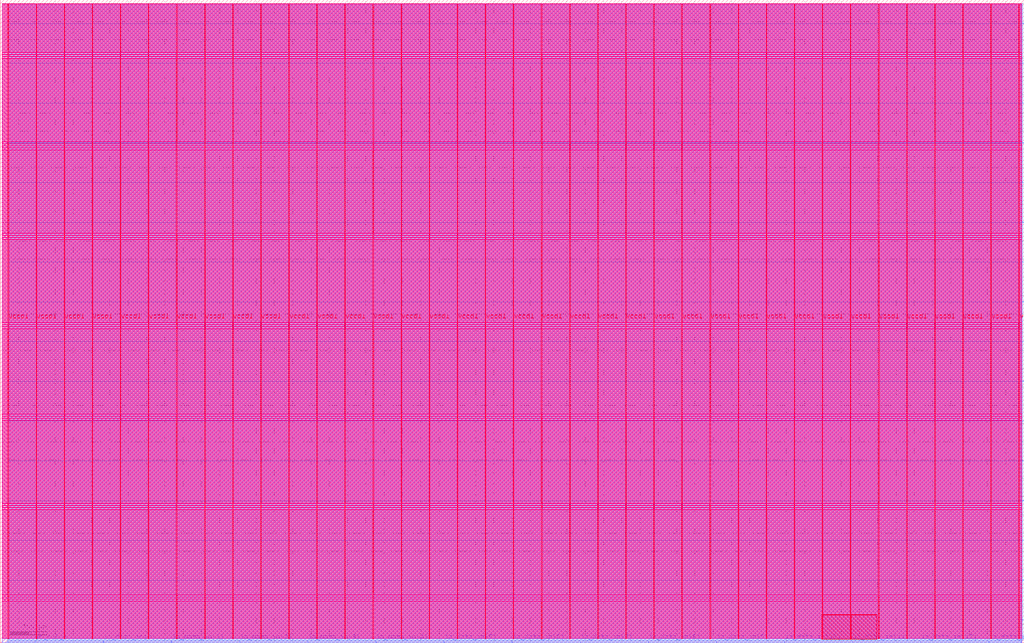
<source format=lef>
VERSION 5.7 ;
  NOWIREEXTENSIONATPIN ON ;
  DIVIDERCHAR "/" ;
  BUSBITCHARS "[]" ;
MACRO user_proj_example
  CLASS BLOCK ;
  FOREIGN user_proj_example ;
  ORIGIN 0.000 0.000 ;
  SIZE 2800.000 BY 1760.000 ;
  PIN io_oeb[0]
    DIRECTION OUTPUT TRISTATE ;
    USE SIGNAL ;
    PORT
      LAYER met3 ;
        RECT 2796.000 171.400 2800.000 172.000 ;
    END
  END io_oeb[0]
  PIN io_oeb[1]
    DIRECTION OUTPUT TRISTATE ;
    USE SIGNAL ;
    PORT
      LAYER met3 ;
        RECT 2796.000 389.000 2800.000 389.600 ;
    END
  END io_oeb[1]
  PIN io_oeb[2]
    DIRECTION OUTPUT TRISTATE ;
    USE SIGNAL ;
    PORT
      LAYER met3 ;
        RECT 2796.000 606.600 2800.000 607.200 ;
    END
  END io_oeb[2]
  PIN io_oeb[3]
    DIRECTION OUTPUT TRISTATE ;
    USE SIGNAL ;
    PORT
      LAYER met3 ;
        RECT 2796.000 824.200 2800.000 824.800 ;
    END
  END io_oeb[3]
  PIN io_oeb[4]
    DIRECTION OUTPUT TRISTATE ;
    USE SIGNAL ;
    PORT
      LAYER met3 ;
        RECT 2796.000 1041.800 2800.000 1042.400 ;
    END
  END io_oeb[4]
  PIN io_oeb[5]
    DIRECTION OUTPUT TRISTATE ;
    USE SIGNAL ;
    PORT
      LAYER met3 ;
        RECT 2796.000 1259.400 2800.000 1260.000 ;
    END
  END io_oeb[5]
  PIN io_oeb[6]
    DIRECTION OUTPUT TRISTATE ;
    USE SIGNAL ;
    PORT
      LAYER met3 ;
        RECT 2796.000 1477.000 2800.000 1477.600 ;
    END
  END io_oeb[6]
  PIN io_oeb[7]
    DIRECTION OUTPUT TRISTATE ;
    USE SIGNAL ;
    PORT
      LAYER met3 ;
        RECT 2796.000 1694.600 2800.000 1695.200 ;
    END
  END io_oeb[7]
  PIN io_out[0]
    DIRECTION OUTPUT TRISTATE ;
    USE SIGNAL ;
    ANTENNADIFFAREA 2.673000 ;
    PORT
      LAYER met3 ;
        RECT 2796.000 62.600 2800.000 63.200 ;
    END
  END io_out[0]
  PIN io_out[1]
    DIRECTION OUTPUT TRISTATE ;
    USE SIGNAL ;
    ANTENNADIFFAREA 2.673000 ;
    PORT
      LAYER met3 ;
        RECT 2796.000 280.200 2800.000 280.800 ;
    END
  END io_out[1]
  PIN io_out[2]
    DIRECTION OUTPUT TRISTATE ;
    USE SIGNAL ;
    ANTENNADIFFAREA 2.673000 ;
    PORT
      LAYER met3 ;
        RECT 2796.000 497.800 2800.000 498.400 ;
    END
  END io_out[2]
  PIN io_out[3]
    DIRECTION OUTPUT TRISTATE ;
    USE SIGNAL ;
    ANTENNADIFFAREA 2.673000 ;
    PORT
      LAYER met3 ;
        RECT 2796.000 715.400 2800.000 716.000 ;
    END
  END io_out[3]
  PIN io_out[4]
    DIRECTION OUTPUT TRISTATE ;
    USE SIGNAL ;
    ANTENNADIFFAREA 2.673000 ;
    PORT
      LAYER met3 ;
        RECT 2796.000 933.000 2800.000 933.600 ;
    END
  END io_out[4]
  PIN io_out[5]
    DIRECTION OUTPUT TRISTATE ;
    USE SIGNAL ;
    ANTENNADIFFAREA 2.673000 ;
    PORT
      LAYER met3 ;
        RECT 2796.000 1150.600 2800.000 1151.200 ;
    END
  END io_out[5]
  PIN io_out[6]
    DIRECTION OUTPUT TRISTATE ;
    USE SIGNAL ;
    ANTENNADIFFAREA 2.673000 ;
    PORT
      LAYER met3 ;
        RECT 2796.000 1368.200 2800.000 1368.800 ;
    END
  END io_out[6]
  PIN io_out[7]
    DIRECTION OUTPUT TRISTATE ;
    USE SIGNAL ;
    ANTENNADIFFAREA 2.673000 ;
    PORT
      LAYER met3 ;
        RECT 2796.000 1585.800 2800.000 1586.400 ;
    END
  END io_out[7]
  PIN la_data_in[0]
    DIRECTION INPUT ;
    USE SIGNAL ;
    ANTENNAGATEAREA 0.126000 ;
    PORT
      LAYER met2 ;
        RECT 282.070 0.000 282.350 4.000 ;
    END
  END la_data_in[0]
  PIN la_data_in[10]
    DIRECTION INPUT ;
    USE SIGNAL ;
    ANTENNAGATEAREA 0.126000 ;
    PORT
      LAYER met2 ;
        RECT 2145.070 0.000 2145.350 4.000 ;
    END
  END la_data_in[10]
  PIN la_data_in[11]
    DIRECTION INPUT ;
    USE SIGNAL ;
    ANTENNAGATEAREA 0.126000 ;
    PORT
      LAYER met2 ;
        RECT 2331.370 0.000 2331.650 4.000 ;
    END
  END la_data_in[11]
  PIN la_data_in[12]
    DIRECTION INPUT ;
    USE SIGNAL ;
    ANTENNAGATEAREA 0.126000 ;
    PORT
      LAYER met2 ;
        RECT 2517.670 0.000 2517.950 4.000 ;
    END
  END la_data_in[12]
  PIN la_data_in[13]
    DIRECTION INPUT ;
    USE SIGNAL ;
    ANTENNAGATEAREA 0.126000 ;
    PORT
      LAYER met2 ;
        RECT 2703.970 0.000 2704.250 4.000 ;
    END
  END la_data_in[13]
  PIN la_data_in[1]
    DIRECTION INPUT ;
    USE SIGNAL ;
    ANTENNAGATEAREA 0.213000 ;
    PORT
      LAYER met2 ;
        RECT 468.370 0.000 468.650 4.000 ;
    END
  END la_data_in[1]
  PIN la_data_in[2]
    DIRECTION INPUT ;
    USE SIGNAL ;
    ANTENNAGATEAREA 0.126000 ;
    PORT
      LAYER met2 ;
        RECT 654.670 0.000 654.950 4.000 ;
    END
  END la_data_in[2]
  PIN la_data_in[3]
    DIRECTION INPUT ;
    USE SIGNAL ;
    ANTENNAGATEAREA 0.126000 ;
    PORT
      LAYER met2 ;
        RECT 840.970 0.000 841.250 4.000 ;
    END
  END la_data_in[3]
  PIN la_data_in[4]
    DIRECTION INPUT ;
    USE SIGNAL ;
    ANTENNAGATEAREA 0.126000 ;
    PORT
      LAYER met2 ;
        RECT 1027.270 0.000 1027.550 4.000 ;
    END
  END la_data_in[4]
  PIN la_data_in[5]
    DIRECTION INPUT ;
    USE SIGNAL ;
    ANTENNAGATEAREA 0.126000 ;
    PORT
      LAYER met2 ;
        RECT 1213.570 0.000 1213.850 4.000 ;
    END
  END la_data_in[5]
  PIN la_data_in[6]
    DIRECTION INPUT ;
    USE SIGNAL ;
    ANTENNAGATEAREA 0.126000 ;
    PORT
      LAYER met2 ;
        RECT 1399.870 0.000 1400.150 4.000 ;
    END
  END la_data_in[6]
  PIN la_data_in[7]
    DIRECTION INPUT ;
    USE SIGNAL ;
    ANTENNAGATEAREA 0.126000 ;
    PORT
      LAYER met2 ;
        RECT 1586.170 0.000 1586.450 4.000 ;
    END
  END la_data_in[7]
  PIN la_data_in[8]
    DIRECTION INPUT ;
    USE SIGNAL ;
    ANTENNAGATEAREA 0.126000 ;
    PORT
      LAYER met2 ;
        RECT 1772.470 0.000 1772.750 4.000 ;
    END
  END la_data_in[8]
  PIN la_data_in[9]
    DIRECTION INPUT ;
    USE SIGNAL ;
    ANTENNAGATEAREA 0.126000 ;
    PORT
      LAYER met2 ;
        RECT 1958.770 0.000 1959.050 4.000 ;
    END
  END la_data_in[9]
  PIN vccd1
    DIRECTION INOUT ;
    USE POWER ;
    PORT
      LAYER met4 ;
        RECT 21.040 10.640 22.640 1749.200 ;
    END
    PORT
      LAYER met4 ;
        RECT 174.640 10.640 176.240 1749.200 ;
    END
    PORT
      LAYER met4 ;
        RECT 328.240 10.640 329.840 1749.200 ;
    END
    PORT
      LAYER met4 ;
        RECT 481.840 10.640 483.440 1749.200 ;
    END
    PORT
      LAYER met4 ;
        RECT 635.440 10.640 637.040 1749.200 ;
    END
    PORT
      LAYER met4 ;
        RECT 789.040 10.640 790.640 1749.200 ;
    END
    PORT
      LAYER met4 ;
        RECT 942.640 10.640 944.240 1749.200 ;
    END
    PORT
      LAYER met4 ;
        RECT 1096.240 10.640 1097.840 1749.200 ;
    END
    PORT
      LAYER met4 ;
        RECT 1249.840 10.640 1251.440 1749.200 ;
    END
    PORT
      LAYER met4 ;
        RECT 1403.440 10.640 1405.040 1749.200 ;
    END
    PORT
      LAYER met4 ;
        RECT 1557.040 10.640 1558.640 1749.200 ;
    END
    PORT
      LAYER met4 ;
        RECT 1710.640 10.640 1712.240 1749.200 ;
    END
    PORT
      LAYER met4 ;
        RECT 1864.240 10.640 1865.840 1749.200 ;
    END
    PORT
      LAYER met4 ;
        RECT 2017.840 10.640 2019.440 1749.200 ;
    END
    PORT
      LAYER met4 ;
        RECT 2171.440 10.640 2173.040 1749.200 ;
    END
    PORT
      LAYER met4 ;
        RECT 2325.040 10.640 2326.640 1749.200 ;
    END
    PORT
      LAYER met4 ;
        RECT 2478.640 10.640 2480.240 1749.200 ;
    END
    PORT
      LAYER met4 ;
        RECT 2632.240 10.640 2633.840 1749.200 ;
    END
    PORT
      LAYER met4 ;
        RECT 2785.840 10.640 2787.440 1749.200 ;
    END
  END vccd1
  PIN vssd1
    DIRECTION INOUT ;
    USE GROUND ;
    PORT
      LAYER met4 ;
        RECT 97.840 10.640 99.440 1749.200 ;
    END
    PORT
      LAYER met4 ;
        RECT 251.440 10.640 253.040 1749.200 ;
    END
    PORT
      LAYER met4 ;
        RECT 405.040 10.640 406.640 1749.200 ;
    END
    PORT
      LAYER met4 ;
        RECT 558.640 10.640 560.240 1749.200 ;
    END
    PORT
      LAYER met4 ;
        RECT 712.240 10.640 713.840 1749.200 ;
    END
    PORT
      LAYER met4 ;
        RECT 865.840 10.640 867.440 1749.200 ;
    END
    PORT
      LAYER met4 ;
        RECT 1019.440 10.640 1021.040 1749.200 ;
    END
    PORT
      LAYER met4 ;
        RECT 1173.040 10.640 1174.640 1749.200 ;
    END
    PORT
      LAYER met4 ;
        RECT 1326.640 10.640 1328.240 1749.200 ;
    END
    PORT
      LAYER met4 ;
        RECT 1480.240 10.640 1481.840 1749.200 ;
    END
    PORT
      LAYER met4 ;
        RECT 1633.840 10.640 1635.440 1749.200 ;
    END
    PORT
      LAYER met4 ;
        RECT 1787.440 10.640 1789.040 1749.200 ;
    END
    PORT
      LAYER met4 ;
        RECT 1941.040 10.640 1942.640 1749.200 ;
    END
    PORT
      LAYER met4 ;
        RECT 2094.640 10.640 2096.240 1749.200 ;
    END
    PORT
      LAYER met4 ;
        RECT 2248.240 10.640 2249.840 1749.200 ;
    END
    PORT
      LAYER met4 ;
        RECT 2401.840 10.640 2403.440 1749.200 ;
    END
    PORT
      LAYER met4 ;
        RECT 2555.440 10.640 2557.040 1749.200 ;
    END
    PORT
      LAYER met4 ;
        RECT 2709.040 10.640 2710.640 1749.200 ;
    END
  END vssd1
  PIN wb_clk_i
    DIRECTION INPUT ;
    USE SIGNAL ;
    ANTENNAGATEAREA 0.852000 ;
    PORT
      LAYER met2 ;
        RECT 95.770 0.000 96.050 4.000 ;
    END
  END wb_clk_i
  OBS
      LAYER nwell ;
        RECT 5.330 1747.545 2794.230 1749.150 ;
        RECT 5.330 1742.105 2794.230 1744.935 ;
        RECT 5.330 1736.665 2794.230 1739.495 ;
        RECT 5.330 1731.225 2794.230 1734.055 ;
        RECT 5.330 1725.785 2794.230 1728.615 ;
        RECT 5.330 1720.345 2794.230 1723.175 ;
        RECT 5.330 1714.905 2794.230 1717.735 ;
        RECT 5.330 1709.465 2794.230 1712.295 ;
        RECT 5.330 1704.025 2794.230 1706.855 ;
        RECT 5.330 1698.585 2794.230 1701.415 ;
        RECT 5.330 1693.145 2794.230 1695.975 ;
        RECT 5.330 1687.705 2794.230 1690.535 ;
        RECT 5.330 1682.265 2794.230 1685.095 ;
        RECT 5.330 1676.825 2794.230 1679.655 ;
        RECT 5.330 1671.385 2794.230 1674.215 ;
        RECT 5.330 1665.945 2794.230 1668.775 ;
        RECT 5.330 1660.505 2794.230 1663.335 ;
        RECT 5.330 1655.065 2794.230 1657.895 ;
        RECT 5.330 1649.625 2794.230 1652.455 ;
        RECT 5.330 1644.185 2794.230 1647.015 ;
        RECT 5.330 1638.745 2794.230 1641.575 ;
        RECT 5.330 1633.305 2794.230 1636.135 ;
        RECT 5.330 1627.865 2794.230 1630.695 ;
        RECT 5.330 1622.425 2794.230 1625.255 ;
        RECT 5.330 1616.985 2794.230 1619.815 ;
        RECT 5.330 1611.545 2794.230 1614.375 ;
        RECT 5.330 1606.105 2794.230 1608.935 ;
        RECT 5.330 1600.665 2794.230 1603.495 ;
        RECT 5.330 1595.225 2794.230 1598.055 ;
        RECT 5.330 1589.785 2794.230 1592.615 ;
        RECT 5.330 1584.345 2794.230 1587.175 ;
        RECT 5.330 1578.905 2794.230 1581.735 ;
        RECT 5.330 1573.465 2794.230 1576.295 ;
        RECT 5.330 1568.025 2794.230 1570.855 ;
        RECT 5.330 1562.585 2794.230 1565.415 ;
        RECT 5.330 1557.145 2794.230 1559.975 ;
        RECT 5.330 1551.705 2794.230 1554.535 ;
        RECT 5.330 1546.265 2794.230 1549.095 ;
        RECT 5.330 1540.825 2794.230 1543.655 ;
        RECT 5.330 1535.385 2794.230 1538.215 ;
        RECT 5.330 1529.945 2794.230 1532.775 ;
        RECT 5.330 1524.505 2794.230 1527.335 ;
        RECT 5.330 1519.065 2794.230 1521.895 ;
        RECT 5.330 1513.625 2794.230 1516.455 ;
        RECT 5.330 1508.185 2794.230 1511.015 ;
        RECT 5.330 1502.745 2794.230 1505.575 ;
        RECT 5.330 1497.305 2794.230 1500.135 ;
        RECT 5.330 1491.865 2794.230 1494.695 ;
        RECT 5.330 1486.425 2794.230 1489.255 ;
        RECT 5.330 1480.985 2794.230 1483.815 ;
        RECT 5.330 1475.545 2794.230 1478.375 ;
        RECT 5.330 1470.105 2794.230 1472.935 ;
        RECT 5.330 1464.665 2794.230 1467.495 ;
        RECT 5.330 1459.225 2794.230 1462.055 ;
        RECT 5.330 1453.785 2794.230 1456.615 ;
        RECT 5.330 1448.345 2794.230 1451.175 ;
        RECT 5.330 1442.905 2794.230 1445.735 ;
        RECT 5.330 1437.465 2794.230 1440.295 ;
        RECT 5.330 1432.025 2794.230 1434.855 ;
        RECT 5.330 1426.585 2794.230 1429.415 ;
        RECT 5.330 1421.145 2794.230 1423.975 ;
        RECT 5.330 1415.705 2794.230 1418.535 ;
        RECT 5.330 1410.265 2794.230 1413.095 ;
        RECT 5.330 1404.825 2794.230 1407.655 ;
        RECT 5.330 1399.385 2794.230 1402.215 ;
        RECT 5.330 1393.945 2794.230 1396.775 ;
        RECT 5.330 1388.505 2794.230 1391.335 ;
        RECT 5.330 1383.065 2794.230 1385.895 ;
        RECT 5.330 1377.625 2794.230 1380.455 ;
        RECT 5.330 1372.185 2794.230 1375.015 ;
        RECT 5.330 1366.745 2794.230 1369.575 ;
        RECT 5.330 1361.305 2794.230 1364.135 ;
        RECT 5.330 1355.865 2794.230 1358.695 ;
        RECT 5.330 1350.425 2794.230 1353.255 ;
        RECT 5.330 1344.985 2794.230 1347.815 ;
        RECT 5.330 1339.545 2794.230 1342.375 ;
        RECT 5.330 1334.105 2794.230 1336.935 ;
        RECT 5.330 1328.665 2794.230 1331.495 ;
        RECT 5.330 1323.225 2794.230 1326.055 ;
        RECT 5.330 1317.785 2794.230 1320.615 ;
        RECT 5.330 1312.345 2794.230 1315.175 ;
        RECT 5.330 1306.905 2794.230 1309.735 ;
        RECT 5.330 1301.465 2794.230 1304.295 ;
        RECT 5.330 1296.025 2794.230 1298.855 ;
        RECT 5.330 1290.585 2794.230 1293.415 ;
        RECT 5.330 1285.145 2794.230 1287.975 ;
        RECT 5.330 1279.705 2794.230 1282.535 ;
        RECT 5.330 1274.265 2794.230 1277.095 ;
        RECT 5.330 1268.825 2794.230 1271.655 ;
        RECT 5.330 1263.385 2794.230 1266.215 ;
        RECT 5.330 1257.945 2794.230 1260.775 ;
        RECT 5.330 1252.505 2794.230 1255.335 ;
        RECT 5.330 1247.065 2794.230 1249.895 ;
        RECT 5.330 1241.625 2794.230 1244.455 ;
        RECT 5.330 1236.185 2794.230 1239.015 ;
        RECT 5.330 1230.745 2794.230 1233.575 ;
        RECT 5.330 1225.305 2794.230 1228.135 ;
        RECT 5.330 1219.865 2794.230 1222.695 ;
        RECT 5.330 1214.425 2794.230 1217.255 ;
        RECT 5.330 1208.985 2794.230 1211.815 ;
        RECT 5.330 1203.545 2794.230 1206.375 ;
        RECT 5.330 1198.105 2794.230 1200.935 ;
        RECT 5.330 1192.665 2794.230 1195.495 ;
        RECT 5.330 1187.225 2794.230 1190.055 ;
        RECT 5.330 1181.785 2794.230 1184.615 ;
        RECT 5.330 1176.345 2794.230 1179.175 ;
        RECT 5.330 1170.905 2794.230 1173.735 ;
        RECT 5.330 1165.465 2794.230 1168.295 ;
        RECT 5.330 1160.025 2794.230 1162.855 ;
        RECT 5.330 1154.585 2794.230 1157.415 ;
        RECT 5.330 1149.145 2794.230 1151.975 ;
        RECT 5.330 1143.705 2794.230 1146.535 ;
        RECT 5.330 1138.265 2794.230 1141.095 ;
        RECT 5.330 1132.825 2794.230 1135.655 ;
        RECT 5.330 1127.385 2794.230 1130.215 ;
        RECT 5.330 1121.945 2794.230 1124.775 ;
        RECT 5.330 1116.505 2794.230 1119.335 ;
        RECT 5.330 1111.065 2794.230 1113.895 ;
        RECT 5.330 1105.625 2794.230 1108.455 ;
        RECT 5.330 1100.185 2794.230 1103.015 ;
        RECT 5.330 1094.745 2794.230 1097.575 ;
        RECT 5.330 1089.305 2794.230 1092.135 ;
        RECT 5.330 1083.865 2794.230 1086.695 ;
        RECT 5.330 1078.425 2794.230 1081.255 ;
        RECT 5.330 1072.985 2794.230 1075.815 ;
        RECT 5.330 1067.545 2794.230 1070.375 ;
        RECT 5.330 1062.105 2794.230 1064.935 ;
        RECT 5.330 1056.665 2794.230 1059.495 ;
        RECT 5.330 1051.225 2794.230 1054.055 ;
        RECT 5.330 1045.785 2794.230 1048.615 ;
        RECT 5.330 1040.345 2794.230 1043.175 ;
        RECT 5.330 1034.905 2794.230 1037.735 ;
        RECT 5.330 1029.465 2794.230 1032.295 ;
        RECT 5.330 1024.025 2794.230 1026.855 ;
        RECT 5.330 1018.585 2794.230 1021.415 ;
        RECT 5.330 1013.145 2794.230 1015.975 ;
        RECT 5.330 1007.705 2794.230 1010.535 ;
        RECT 5.330 1002.265 2794.230 1005.095 ;
        RECT 5.330 996.825 2794.230 999.655 ;
        RECT 5.330 991.385 2794.230 994.215 ;
        RECT 5.330 985.945 2794.230 988.775 ;
        RECT 5.330 980.505 2794.230 983.335 ;
        RECT 5.330 975.065 2794.230 977.895 ;
        RECT 5.330 969.625 2794.230 972.455 ;
        RECT 5.330 964.185 2794.230 967.015 ;
        RECT 5.330 958.745 2794.230 961.575 ;
        RECT 5.330 953.305 2794.230 956.135 ;
        RECT 5.330 947.865 2794.230 950.695 ;
        RECT 5.330 942.425 2794.230 945.255 ;
        RECT 5.330 936.985 2794.230 939.815 ;
        RECT 5.330 931.545 2794.230 934.375 ;
        RECT 5.330 926.105 2794.230 928.935 ;
        RECT 5.330 920.665 2794.230 923.495 ;
        RECT 5.330 915.225 2794.230 918.055 ;
        RECT 5.330 909.785 2794.230 912.615 ;
        RECT 5.330 904.345 2794.230 907.175 ;
        RECT 5.330 898.905 2794.230 901.735 ;
        RECT 5.330 893.465 2794.230 896.295 ;
        RECT 5.330 888.025 2794.230 890.855 ;
        RECT 5.330 882.585 2794.230 885.415 ;
        RECT 5.330 877.145 2794.230 879.975 ;
        RECT 5.330 871.705 2794.230 874.535 ;
        RECT 5.330 866.265 2794.230 869.095 ;
        RECT 5.330 860.825 2794.230 863.655 ;
        RECT 5.330 855.385 2794.230 858.215 ;
        RECT 5.330 849.945 2794.230 852.775 ;
        RECT 5.330 844.505 2794.230 847.335 ;
        RECT 5.330 839.065 2794.230 841.895 ;
        RECT 5.330 833.625 2794.230 836.455 ;
        RECT 5.330 828.185 2794.230 831.015 ;
        RECT 5.330 822.745 2794.230 825.575 ;
        RECT 5.330 817.305 2794.230 820.135 ;
        RECT 5.330 811.865 2794.230 814.695 ;
        RECT 5.330 806.425 2794.230 809.255 ;
        RECT 5.330 800.985 2794.230 803.815 ;
        RECT 5.330 795.545 2794.230 798.375 ;
        RECT 5.330 790.105 2794.230 792.935 ;
        RECT 5.330 784.665 2794.230 787.495 ;
        RECT 5.330 779.225 2794.230 782.055 ;
        RECT 5.330 773.785 2794.230 776.615 ;
        RECT 5.330 768.345 2794.230 771.175 ;
        RECT 5.330 762.905 2794.230 765.735 ;
        RECT 5.330 757.465 2794.230 760.295 ;
        RECT 5.330 752.025 2794.230 754.855 ;
        RECT 5.330 746.585 2794.230 749.415 ;
        RECT 5.330 741.145 2794.230 743.975 ;
        RECT 5.330 735.705 2794.230 738.535 ;
        RECT 5.330 730.265 2794.230 733.095 ;
        RECT 5.330 724.825 2794.230 727.655 ;
        RECT 5.330 719.385 2794.230 722.215 ;
        RECT 5.330 713.945 2794.230 716.775 ;
        RECT 5.330 708.505 2794.230 711.335 ;
        RECT 5.330 703.065 2794.230 705.895 ;
        RECT 5.330 697.625 2794.230 700.455 ;
        RECT 5.330 692.185 2794.230 695.015 ;
        RECT 5.330 686.745 2794.230 689.575 ;
        RECT 5.330 681.305 2794.230 684.135 ;
        RECT 5.330 675.865 2794.230 678.695 ;
        RECT 5.330 670.425 2794.230 673.255 ;
        RECT 5.330 664.985 2794.230 667.815 ;
        RECT 5.330 659.545 2794.230 662.375 ;
        RECT 5.330 654.105 2794.230 656.935 ;
        RECT 5.330 648.665 2794.230 651.495 ;
        RECT 5.330 643.225 2794.230 646.055 ;
        RECT 5.330 637.785 2794.230 640.615 ;
        RECT 5.330 632.345 2794.230 635.175 ;
        RECT 5.330 626.905 2794.230 629.735 ;
        RECT 5.330 621.465 2794.230 624.295 ;
        RECT 5.330 616.025 2794.230 618.855 ;
        RECT 5.330 610.585 2794.230 613.415 ;
        RECT 5.330 605.145 2794.230 607.975 ;
        RECT 5.330 599.705 2794.230 602.535 ;
        RECT 5.330 594.265 2794.230 597.095 ;
        RECT 5.330 588.825 2794.230 591.655 ;
        RECT 5.330 583.385 2794.230 586.215 ;
        RECT 5.330 577.945 2794.230 580.775 ;
        RECT 5.330 572.505 2794.230 575.335 ;
        RECT 5.330 567.065 2794.230 569.895 ;
        RECT 5.330 561.625 2794.230 564.455 ;
        RECT 5.330 556.185 2794.230 559.015 ;
        RECT 5.330 550.745 2794.230 553.575 ;
        RECT 5.330 545.305 2794.230 548.135 ;
        RECT 5.330 539.865 2794.230 542.695 ;
        RECT 5.330 534.425 2794.230 537.255 ;
        RECT 5.330 528.985 2794.230 531.815 ;
        RECT 5.330 523.545 2794.230 526.375 ;
        RECT 5.330 518.105 2794.230 520.935 ;
        RECT 5.330 512.665 2794.230 515.495 ;
        RECT 5.330 507.225 2794.230 510.055 ;
        RECT 5.330 501.785 2794.230 504.615 ;
        RECT 5.330 496.345 2794.230 499.175 ;
        RECT 5.330 490.905 2794.230 493.735 ;
        RECT 5.330 485.465 2794.230 488.295 ;
        RECT 5.330 480.025 2794.230 482.855 ;
        RECT 5.330 474.585 2794.230 477.415 ;
        RECT 5.330 469.145 2794.230 471.975 ;
        RECT 5.330 463.705 2794.230 466.535 ;
        RECT 5.330 458.265 2794.230 461.095 ;
        RECT 5.330 452.825 2794.230 455.655 ;
        RECT 5.330 447.385 2794.230 450.215 ;
        RECT 5.330 441.945 2794.230 444.775 ;
        RECT 5.330 436.505 2794.230 439.335 ;
        RECT 5.330 431.065 2794.230 433.895 ;
        RECT 5.330 425.625 2794.230 428.455 ;
        RECT 5.330 420.185 2794.230 423.015 ;
        RECT 5.330 414.745 2794.230 417.575 ;
        RECT 5.330 409.305 2794.230 412.135 ;
        RECT 5.330 403.865 2794.230 406.695 ;
        RECT 5.330 398.425 2794.230 401.255 ;
        RECT 5.330 392.985 2794.230 395.815 ;
        RECT 5.330 387.545 2794.230 390.375 ;
        RECT 5.330 382.105 2794.230 384.935 ;
        RECT 5.330 376.665 2794.230 379.495 ;
        RECT 5.330 371.225 2794.230 374.055 ;
        RECT 5.330 365.785 2794.230 368.615 ;
        RECT 5.330 360.345 2794.230 363.175 ;
        RECT 5.330 354.905 2794.230 357.735 ;
        RECT 5.330 349.465 2794.230 352.295 ;
        RECT 5.330 344.025 2794.230 346.855 ;
        RECT 5.330 338.585 2794.230 341.415 ;
        RECT 5.330 333.145 2794.230 335.975 ;
        RECT 5.330 327.705 2794.230 330.535 ;
        RECT 5.330 322.265 2794.230 325.095 ;
        RECT 5.330 316.825 2794.230 319.655 ;
        RECT 5.330 311.385 2794.230 314.215 ;
        RECT 5.330 305.945 2794.230 308.775 ;
        RECT 5.330 300.505 2794.230 303.335 ;
        RECT 5.330 295.065 2794.230 297.895 ;
        RECT 5.330 289.625 2794.230 292.455 ;
        RECT 5.330 284.185 2794.230 287.015 ;
        RECT 5.330 278.745 2794.230 281.575 ;
        RECT 5.330 273.305 2794.230 276.135 ;
        RECT 5.330 267.865 2794.230 270.695 ;
        RECT 5.330 262.425 2794.230 265.255 ;
        RECT 5.330 256.985 2794.230 259.815 ;
        RECT 5.330 251.545 2794.230 254.375 ;
        RECT 5.330 246.105 2794.230 248.935 ;
        RECT 5.330 240.665 2794.230 243.495 ;
        RECT 5.330 235.225 2794.230 238.055 ;
        RECT 5.330 229.785 2794.230 232.615 ;
        RECT 5.330 224.345 2794.230 227.175 ;
        RECT 5.330 218.905 2794.230 221.735 ;
        RECT 5.330 213.465 2794.230 216.295 ;
        RECT 5.330 208.025 2794.230 210.855 ;
        RECT 5.330 202.585 2794.230 205.415 ;
        RECT 5.330 197.145 2794.230 199.975 ;
        RECT 5.330 191.705 2794.230 194.535 ;
        RECT 5.330 186.265 2794.230 189.095 ;
        RECT 5.330 180.825 2794.230 183.655 ;
        RECT 5.330 175.385 2794.230 178.215 ;
        RECT 5.330 169.945 2794.230 172.775 ;
        RECT 5.330 164.505 2794.230 167.335 ;
        RECT 5.330 159.065 2794.230 161.895 ;
        RECT 5.330 153.625 2794.230 156.455 ;
        RECT 5.330 148.185 2794.230 151.015 ;
        RECT 5.330 142.745 2794.230 145.575 ;
        RECT 5.330 137.305 2794.230 140.135 ;
        RECT 5.330 131.865 2794.230 134.695 ;
        RECT 5.330 126.425 2794.230 129.255 ;
        RECT 5.330 120.985 2794.230 123.815 ;
        RECT 5.330 115.545 2794.230 118.375 ;
        RECT 5.330 110.105 2794.230 112.935 ;
        RECT 5.330 104.665 2794.230 107.495 ;
        RECT 5.330 99.225 2794.230 102.055 ;
        RECT 5.330 93.785 2794.230 96.615 ;
        RECT 5.330 88.345 2794.230 91.175 ;
        RECT 5.330 82.905 2794.230 85.735 ;
        RECT 5.330 77.465 2794.230 80.295 ;
        RECT 5.330 72.025 2794.230 74.855 ;
        RECT 5.330 66.585 2794.230 69.415 ;
        RECT 5.330 61.145 2794.230 63.975 ;
        RECT 5.330 55.705 2794.230 58.535 ;
        RECT 5.330 50.265 2794.230 53.095 ;
        RECT 5.330 44.825 2794.230 47.655 ;
        RECT 5.330 39.385 2794.230 42.215 ;
        RECT 5.330 33.945 2794.230 36.775 ;
        RECT 5.330 28.505 2794.230 31.335 ;
        RECT 5.330 23.065 2794.230 25.895 ;
        RECT 5.330 17.625 2794.230 20.455 ;
        RECT 5.330 12.185 2794.230 15.015 ;
      LAYER li1 ;
        RECT 5.520 10.795 2794.040 1749.045 ;
      LAYER met1 ;
        RECT 5.520 0.380 2794.040 1749.200 ;
      LAYER met2 ;
        RECT 21.070 4.280 2792.570 1749.145 ;
        RECT 21.070 0.350 95.490 4.280 ;
        RECT 96.330 0.350 281.790 4.280 ;
        RECT 282.630 0.350 468.090 4.280 ;
        RECT 468.930 0.350 654.390 4.280 ;
        RECT 655.230 0.350 840.690 4.280 ;
        RECT 841.530 0.350 1026.990 4.280 ;
        RECT 1027.830 0.350 1213.290 4.280 ;
        RECT 1214.130 0.350 1399.590 4.280 ;
        RECT 1400.430 0.350 1585.890 4.280 ;
        RECT 1586.730 0.350 1772.190 4.280 ;
        RECT 1773.030 0.350 1958.490 4.280 ;
        RECT 1959.330 0.350 2144.790 4.280 ;
        RECT 2145.630 0.350 2331.090 4.280 ;
        RECT 2331.930 0.350 2517.390 4.280 ;
        RECT 2518.230 0.350 2703.690 4.280 ;
        RECT 2704.530 0.350 2792.570 4.280 ;
      LAYER met3 ;
        RECT 21.050 1695.600 2796.000 1749.125 ;
        RECT 21.050 1694.200 2795.600 1695.600 ;
        RECT 21.050 1586.800 2796.000 1694.200 ;
        RECT 21.050 1585.400 2795.600 1586.800 ;
        RECT 21.050 1478.000 2796.000 1585.400 ;
        RECT 21.050 1476.600 2795.600 1478.000 ;
        RECT 21.050 1369.200 2796.000 1476.600 ;
        RECT 21.050 1367.800 2795.600 1369.200 ;
        RECT 21.050 1260.400 2796.000 1367.800 ;
        RECT 21.050 1259.000 2795.600 1260.400 ;
        RECT 21.050 1151.600 2796.000 1259.000 ;
        RECT 21.050 1150.200 2795.600 1151.600 ;
        RECT 21.050 1042.800 2796.000 1150.200 ;
        RECT 21.050 1041.400 2795.600 1042.800 ;
        RECT 21.050 934.000 2796.000 1041.400 ;
        RECT 21.050 932.600 2795.600 934.000 ;
        RECT 21.050 825.200 2796.000 932.600 ;
        RECT 21.050 823.800 2795.600 825.200 ;
        RECT 21.050 716.400 2796.000 823.800 ;
        RECT 21.050 715.000 2795.600 716.400 ;
        RECT 21.050 607.600 2796.000 715.000 ;
        RECT 21.050 606.200 2795.600 607.600 ;
        RECT 21.050 498.800 2796.000 606.200 ;
        RECT 21.050 497.400 2795.600 498.800 ;
        RECT 21.050 390.000 2796.000 497.400 ;
        RECT 21.050 388.600 2795.600 390.000 ;
        RECT 21.050 281.200 2796.000 388.600 ;
        RECT 21.050 279.800 2795.600 281.200 ;
        RECT 21.050 172.400 2796.000 279.800 ;
        RECT 21.050 171.000 2795.600 172.400 ;
        RECT 21.050 63.600 2796.000 171.000 ;
        RECT 21.050 62.200 2795.600 63.600 ;
        RECT 21.050 6.295 2796.000 62.200 ;
      LAYER met4 ;
        RECT 2246.935 10.240 2247.840 76.665 ;
        RECT 2250.240 10.240 2324.640 76.665 ;
        RECT 2327.040 10.240 2397.225 76.665 ;
        RECT 2246.935 9.695 2397.225 10.240 ;
  END
END user_proj_example
END LIBRARY


</source>
